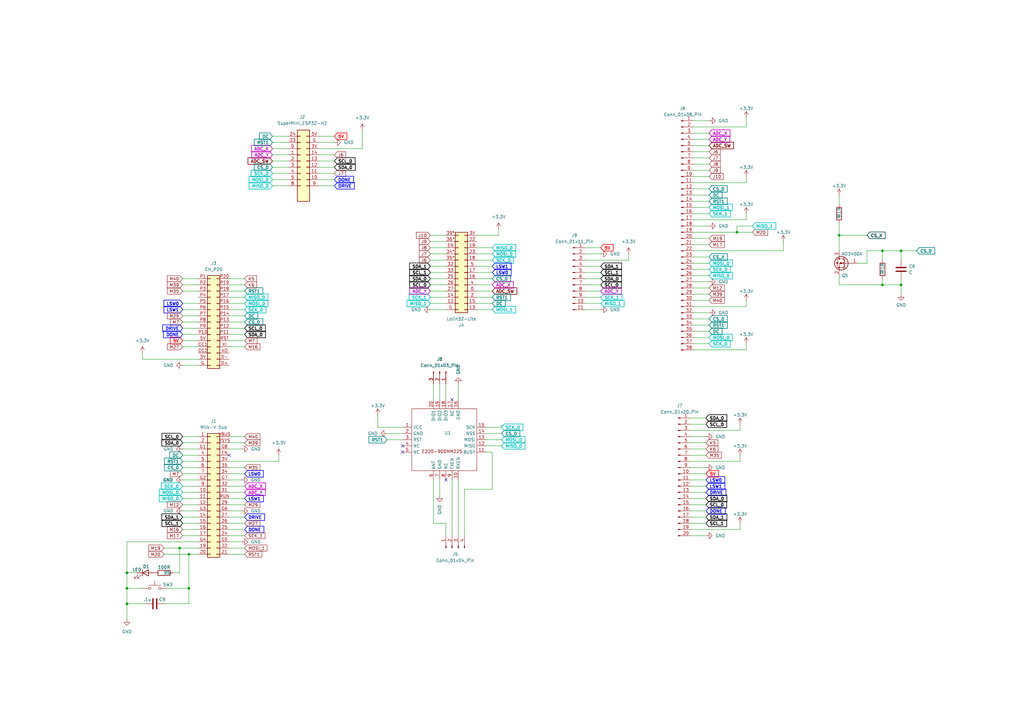
<source format=kicad_sch>
(kicad_sch (version 20250114) (generator "eeschema") (generator_version "9.0")
  (paper "A3")
  (junction (at 52.07 247.65))
  (junction (at 361.95 116.84))
  (junction (at 77.47 241.3))
  (junction (at 369.57 102.87))
  (junction (at 344.17 96.52))
  (junction (at 77.47 227.33))
  (junction (at 52.07 241.3))
  (junction (at 369.57 116.84))
  (junction (at 302.26 95.25))
  (junction (at 52.07 234.95))
  (junction (at 73.66 224.79))
  (junction (at 361.95 102.87))
  (no_connect (at 93.98 186.69))
  (no_connect (at 182.88 196.85))
  (no_connect (at 165.1 182.88))
  (no_connect (at 165.1 185.42))
  (no_connect (at 185.42 163.83))
  (wire (pts (xy 284.48 90.17) (xy 306.07 90.17)))
  (wire (pts (xy 130.81 63.5) (xy 137.16 63.5)))
  (wire (pts (xy 284.48 87.63) (xy 290.83 87.63)))
  (wire (pts (xy 176.53 124.46) (xy 182.88 124.46)))
  (wire (pts (xy 302.26 92.71) (xy 302.26 95.25)))
  (wire (pts (xy 137.16 55.88) (xy 130.81 55.88)))
  (wire (pts (xy 361.95 114.3) (xy 361.95 116.84)))
  (wire (pts (xy 99.06 196.85) (xy 93.98 196.85)))
  (wire (pts (xy 114.3 186.69) (xy 114.3 189.23)))
  (wire (pts (xy 344.17 96.52) (xy 355.6 96.52)))
  (wire (pts (xy 284.48 52.07) (xy 306.07 52.07)))
  (wire (pts (xy 246.38 104.14) (xy 240.03 104.14)))
  (wire (pts (xy 306.07 125.73) (xy 306.07 123.19)))
  (wire (pts (xy 369.57 102.87) (xy 375.92 102.87)))
  (wire (pts (xy 74.93 196.85) (xy 81.28 196.85)))
  (wire (pts (xy 283.21 209.55) (xy 289.56 209.55)))
  (wire (pts (xy 201.93 106.68) (xy 195.58 106.68)))
  (wire (pts (xy 100.33 119.38) (xy 93.98 119.38)))
  (wire (pts (xy 77.47 247.65) (xy 77.47 241.3)))
  (wire (pts (xy 284.48 92.71) (xy 290.83 92.71)))
  (wire (pts (xy 201.93 104.14) (xy 195.58 104.14)))
  (wire (pts (xy 118.11 63.5) (xy 111.76 63.5)))
  (wire (pts (xy 205.74 182.88) (xy 199.39 182.88)))
  (wire (pts (xy 74.93 181.61) (xy 81.28 181.61)))
  (wire (pts (xy 182.88 114.3) (xy 176.53 114.3)))
  (wire (pts (xy 283.21 196.85) (xy 289.56 196.85)))
  (wire (pts (xy 148.59 53.34) (xy 148.59 60.96)))
  (wire (pts (xy 369.57 114.3) (xy 369.57 116.84)))
  (wire (pts (xy 187.96 163.83) (xy 187.96 157.48)))
  (wire (pts (xy 308.61 92.71) (xy 302.26 92.71)))
  (wire (pts (xy 284.48 49.53) (xy 290.83 49.53)))
  (wire (pts (xy 204.47 93.98) (xy 204.47 96.52)))
  (wire (pts (xy 257.81 104.14) (xy 257.81 106.68)))
  (wire (pts (xy 52.07 247.65) (xy 59.69 247.65)))
  (wire (pts (xy 284.48 74.93) (xy 306.07 74.93)))
  (wire (pts (xy 369.57 116.84) (xy 369.57 120.65)))
  (wire (pts (xy 58.42 144.78) (xy 58.42 147.32)))
  (wire (pts (xy 182.88 119.38) (xy 176.53 119.38)))
  (wire (pts (xy 246.38 124.46) (xy 240.03 124.46)))
  (wire (pts (xy 52.07 241.3) (xy 52.07 247.65)))
  (wire (pts (xy 284.48 62.23) (xy 290.83 62.23)))
  (wire (pts (xy 130.81 73.66) (xy 137.16 73.66)))
  (wire (pts (xy 240.03 106.68) (xy 257.81 106.68)))
  (wire (pts (xy 369.57 102.87) (xy 369.57 106.68)))
  (wire (pts (xy 284.48 133.35) (xy 290.83 133.35)))
  (wire (pts (xy 74.93 149.86) (xy 81.28 149.86)))
  (wire (pts (xy 52.07 241.3) (xy 58.42 241.3)))
  (wire (pts (xy 93.98 139.7) (xy 100.33 139.7)))
  (wire (pts (xy 74.93 139.7) (xy 81.28 139.7)))
  (wire (pts (xy 68.58 241.3) (xy 77.47 241.3)))
  (wire (pts (xy 165.1 177.8) (xy 158.75 177.8)))
  (wire (pts (xy 177.8 196.85) (xy 177.8 214.63)))
  (wire (pts (xy 195.58 119.38) (xy 201.93 119.38)))
  (wire (pts (xy 284.48 135.89) (xy 290.83 135.89)))
  (wire (pts (xy 130.81 66.04) (xy 137.16 66.04)))
  (wire (pts (xy 93.98 181.61) (xy 100.33 181.61)))
  (wire (pts (xy 182.88 104.14) (xy 176.53 104.14)))
  (wire (pts (xy 177.8 157.48) (xy 177.8 163.83)))
  (wire (pts (xy 93.98 227.33) (xy 100.33 227.33)))
  (wire (pts (xy 180.34 157.48) (xy 180.34 163.83)))
  (wire (pts (xy 284.48 85.09) (xy 290.83 85.09)))
  (wire (pts (xy 81.28 132.08) (xy 74.93 132.08)))
  (wire (pts (xy 284.48 123.19) (xy 290.83 123.19)))
  (wire (pts (xy 306.07 90.17) (xy 306.07 87.63)))
  (wire (pts (xy 284.48 69.85) (xy 290.83 69.85)))
  (wire (pts (xy 289.56 194.31) (xy 283.21 194.31)))
  (wire (pts (xy 93.98 191.77) (xy 100.33 191.77)))
  (wire (pts (xy 182.88 101.6) (xy 176.53 101.6)))
  (wire (pts (xy 74.93 214.63) (xy 81.28 214.63)))
  (wire (pts (xy 344.17 96.52) (xy 344.17 102.87)))
  (wire (pts (xy 93.98 214.63) (xy 100.33 214.63)))
  (wire (pts (xy 306.07 74.93) (xy 306.07 72.39)))
  (wire (pts (xy 195.58 111.76) (xy 201.93 111.76)))
  (wire (pts (xy 303.53 186.69) (xy 303.53 189.23)))
  (wire (pts (xy 180.34 196.85) (xy 180.34 203.2)))
  (wire (pts (xy 284.48 120.65) (xy 290.83 120.65)))
  (wire (pts (xy 100.33 137.16) (xy 93.98 137.16)))
  (wire (pts (xy 182.88 109.22) (xy 176.53 109.22)))
  (wire (pts (xy 182.88 99.06) (xy 176.53 99.06)))
  (wire (pts (xy 176.53 127) (xy 182.88 127)))
  (wire (pts (xy 355.6 107.95) (xy 351.79 107.95)))
  (wire (pts (xy 283.21 191.77) (xy 289.56 191.77)))
  (wire (pts (xy 284.48 95.25) (xy 302.26 95.25)))
  (wire (pts (xy 182.88 111.76) (xy 176.53 111.76)))
  (wire (pts (xy 99.06 222.25) (xy 93.98 222.25)))
  (wire (pts (xy 190.5 200.66) (xy 201.93 200.66)))
  (wire (pts (xy 355.6 102.87) (xy 361.95 102.87)))
  (wire (pts (xy 52.07 234.95) (xy 52.07 241.3)))
  (wire (pts (xy 81.28 142.24) (xy 74.93 142.24)))
  (wire (pts (xy 93.98 199.39) (xy 100.33 199.39)))
  (wire (pts (xy 93.98 179.07) (xy 100.33 179.07)))
  (wire (pts (xy 130.81 60.96) (xy 148.59 60.96)))
  (wire (pts (xy 81.28 147.32) (xy 58.42 147.32)))
  (wire (pts (xy 93.98 207.01) (xy 100.33 207.01)))
  (wire (pts (xy 73.66 224.79) (xy 67.31 224.79)))
  (wire (pts (xy 201.93 121.92) (xy 195.58 121.92)))
  (wire (pts (xy 74.93 184.15) (xy 81.28 184.15)))
  (wire (pts (xy 284.48 105.41) (xy 290.83 105.41)))
  (wire (pts (xy 283.21 214.63) (xy 289.56 214.63)))
  (wire (pts (xy 240.03 114.3) (xy 246.38 114.3)))
  (wire (pts (xy 283.21 186.69) (xy 289.56 186.69)))
  (wire (pts (xy 355.6 102.87) (xy 355.6 107.95)))
  (wire (pts (xy 74.93 212.09) (xy 81.28 212.09)))
  (wire (pts (xy 306.07 143.51) (xy 306.07 140.97)))
  (wire (pts (xy 111.76 71.12) (xy 118.11 71.12)))
  (wire (pts (xy 283.21 179.07) (xy 289.56 179.07)))
  (wire (pts (xy 195.58 116.84) (xy 201.93 116.84)))
  (wire (pts (xy 74.93 189.23) (xy 81.28 189.23)))
  (wire (pts (xy 93.98 189.23) (xy 114.3 189.23)))
  (wire (pts (xy 284.48 138.43) (xy 290.83 138.43)))
  (wire (pts (xy 361.95 102.87) (xy 369.57 102.87)))
  (wire (pts (xy 284.48 77.47) (xy 290.83 77.47)))
  (wire (pts (xy 284.48 59.69) (xy 290.83 59.69)))
  (wire (pts (xy 201.93 114.3) (xy 195.58 114.3)))
  (wire (pts (xy 74.93 204.47) (xy 81.28 204.47)))
  (wire (pts (xy 81.28 224.79) (xy 73.66 224.79)))
  (wire (pts (xy 283.21 212.09) (xy 289.56 212.09)))
  (wire (pts (xy 93.98 142.24) (xy 100.33 142.24)))
  (wire (pts (xy 321.31 102.87) (xy 321.31 99.06)))
  (wire (pts (xy 52.07 222.25) (xy 52.07 234.95)))
  (wire (pts (xy 361.95 102.87) (xy 361.95 106.68)))
  (wire (pts (xy 185.42 196.85) (xy 185.42 219.71)))
  (wire (pts (xy 283.21 219.71) (xy 289.56 219.71)))
  (wire (pts (xy 99.06 209.55) (xy 93.98 209.55)))
  (wire (pts (xy 93.98 114.3) (xy 100.33 114.3)))
  (wire (pts (xy 284.48 115.57) (xy 290.83 115.57)))
  (wire (pts (xy 240.03 111.76) (xy 246.38 111.76)))
  (wire (pts (xy 130.81 71.12) (xy 137.16 71.12)))
  (wire (pts (xy 111.76 76.2) (xy 118.11 76.2)))
  (wire (pts (xy 93.98 201.93) (xy 100.33 201.93)))
  (wire (pts (xy 344.17 91.44) (xy 344.17 96.52)))
  (wire (pts (xy 303.53 214.63) (xy 303.53 217.17)))
  (wire (pts (xy 130.81 68.58) (xy 137.16 68.58)))
  (wire (pts (xy 306.07 48.26) (xy 306.07 52.07)))
  (wire (pts (xy 201.93 101.6) (xy 195.58 101.6)))
  (wire (pts (xy 182.88 157.48) (xy 182.88 163.83)))
  (wire (pts (xy 81.28 219.71) (xy 74.93 219.71)))
  (wire (pts (xy 284.48 128.27) (xy 290.83 128.27)))
  (wire (pts (xy 195.58 109.22) (xy 201.93 109.22)))
  (wire (pts (xy 344.17 80.01) (xy 344.17 83.82)))
  (wire (pts (xy 283.21 184.15) (xy 289.56 184.15)))
  (wire (pts (xy 93.98 194.31) (xy 100.33 194.31)))
  (wire (pts (xy 205.74 180.34) (xy 199.39 180.34)))
  (wire (pts (xy 284.48 107.95) (xy 290.83 107.95)))
  (wire (pts (xy 93.98 116.84) (xy 100.33 116.84)))
  (wire (pts (xy 74.93 209.55) (xy 81.28 209.55)))
  (wire (pts (xy 240.03 116.84) (xy 246.38 116.84)))
  (wire (pts (xy 118.11 55.88) (xy 111.76 55.88)))
  (wire (pts (xy 284.48 100.33) (xy 290.83 100.33)))
  (wire (pts (xy 73.66 224.79) (xy 73.66 234.95)))
  (wire (pts (xy 100.33 121.92) (xy 93.98 121.92)))
  (wire (pts (xy 81.28 207.01) (xy 74.93 207.01)))
  (wire (pts (xy 344.17 116.84) (xy 344.17 113.03)))
  (wire (pts (xy 93.98 217.17) (xy 100.33 217.17)))
  (wire (pts (xy 182.88 106.68) (xy 176.53 106.68)))
  (wire (pts (xy 284.48 143.51) (xy 306.07 143.51)))
  (wire (pts (xy 55.88 234.95) (xy 52.07 234.95)))
  (wire (pts (xy 118.11 66.04) (xy 111.76 66.04)))
  (wire (pts (xy 81.28 116.84) (xy 74.93 116.84)))
  (wire (pts (xy 74.93 179.07) (xy 81.28 179.07)))
  (wire (pts (xy 182.88 96.52) (xy 176.53 96.52)))
  (wire (pts (xy 284.48 80.01) (xy 290.83 80.01)))
  (wire (pts (xy 100.33 127) (xy 93.98 127)))
  (wire (pts (xy 93.98 212.09) (xy 100.33 212.09)))
  (wire (pts (xy 100.33 129.54) (xy 93.98 129.54)))
  (wire (pts (xy 74.93 199.39) (xy 81.28 199.39)))
  (wire (pts (xy 284.48 113.03) (xy 290.83 113.03)))
  (wire (pts (xy 111.76 73.66) (xy 118.11 73.66)))
  (wire (pts (xy 201.93 200.66) (xy 201.93 185.42)))
  (wire (pts (xy 100.33 224.79) (xy 93.98 224.79)))
  (wire (pts (xy 81.28 124.46) (xy 74.93 124.46)))
  (wire (pts (xy 111.76 60.96) (xy 118.11 60.96)))
  (wire (pts (xy 246.38 127) (xy 240.03 127)))
  (wire (pts (xy 303.53 217.17) (xy 283.21 217.17)))
  (wire (pts (xy 100.33 134.62) (xy 93.98 134.62)))
  (wire (pts (xy 344.17 116.84) (xy 361.95 116.84)))
  (wire (pts (xy 77.47 227.33) (xy 67.31 227.33)))
  (wire (pts (xy 74.93 186.69) (xy 81.28 186.69)))
  (wire (pts (xy 302.26 95.25) (xy 308.61 95.25)))
  (wire (pts (xy 190.5 200.66) (xy 190.5 219.71)))
  (wire (pts (xy 201.93 124.46) (xy 195.58 124.46)))
  (wire (pts (xy 100.33 132.08) (xy 93.98 132.08)))
  (wire (pts (xy 182.88 214.63) (xy 182.88 219.71)))
  (wire (pts (xy 283.21 173.99) (xy 289.56 173.99)))
  (wire (pts (xy 111.76 58.42) (xy 118.11 58.42)))
  (wire (pts (xy 52.07 247.65) (xy 52.07 254)))
  (wire (pts (xy 246.38 101.6) (xy 240.03 101.6)))
  (wire (pts (xy 284.48 97.79) (xy 290.83 97.79)))
  (wire (pts (xy 158.75 180.34) (xy 165.1 180.34)))
  (wire (pts (xy 195.58 96.52) (xy 204.47 96.52)))
  (wire (pts (xy 284.48 82.55) (xy 290.83 82.55)))
  (wire (pts (xy 303.53 189.23) (xy 283.21 189.23)))
  (wire (pts (xy 303.53 176.53) (xy 283.21 176.53)))
  (wire (pts (xy 73.66 234.95) (xy 71.12 234.95)))
  (wire (pts (xy 284.48 130.81) (xy 290.83 130.81)))
  (wire (pts (xy 283.21 207.01) (xy 289.56 207.01)))
  (wire (pts (xy 130.81 76.2) (xy 137.16 76.2)))
  (wire (pts (xy 201.93 127) (xy 195.58 127)))
  (wire (pts (xy 93.98 204.47) (xy 100.33 204.47)))
  (wire (pts (xy 201.93 185.42) (xy 199.39 185.42)))
  (wire (pts (xy 100.33 124.46) (xy 93.98 124.46)))
  (wire (pts (xy 284.48 72.39) (xy 290.83 72.39)))
  (wire (pts (xy 52.07 222.25) (xy 81.28 222.25)))
  (wire (pts (xy 187.96 196.85) (xy 187.96 219.71)))
  (wire (pts (xy 81.28 114.3) (xy 74.93 114.3)))
  (wire (pts (xy 283.21 181.61) (xy 289.56 181.61)))
  (wire (pts (xy 74.93 191.77) (xy 81.28 191.77)))
  (wire (pts (xy 81.28 194.31) (xy 74.93 194.31)))
  (wire (pts (xy 81.28 134.62) (xy 74.93 134.62)))
  (wire (pts (xy 77.47 227.33) (xy 77.47 241.3)))
  (wire (pts (xy 284.48 118.11) (xy 290.83 118.11)))
  (wire (pts (xy 284.48 140.97) (xy 290.83 140.97)))
  (wire (pts (xy 283.21 204.47) (xy 289.56 204.47)))
  (wire (pts (xy 240.03 109.22) (xy 246.38 109.22)))
  (wire (pts (xy 81.28 137.16) (xy 74.93 137.16)))
  (wire (pts (xy 284.48 125.73) (xy 306.07 125.73)))
  (wire (pts (xy 154.94 170.18) (xy 154.94 175.26)))
  (wire (pts (xy 130.81 58.42) (xy 137.16 58.42)))
  (wire (pts (xy 303.53 173.99) (xy 303.53 176.53)))
  (wire (pts (xy 182.88 116.84) (xy 176.53 116.84)))
  (wire (pts (xy 284.48 110.49) (xy 290.83 110.49)))
  (wire (pts (xy 283.21 171.45) (xy 289.56 171.45)))
  (wire (pts (xy 284.48 57.15) (xy 290.83 57.15)))
  (wire (pts (xy 246.38 121.92) (xy 240.03 121.92)))
  (wire (pts (xy 77.47 227.33) (xy 81.28 227.33)))
  (wire (pts (xy 81.28 217.17) (xy 74.93 217.17)))
  (wire (pts (xy 99.06 184.15) (xy 93.98 184.15)))
  (wire (pts (xy 205.74 177.8) (xy 199.39 177.8)))
  (wire (pts (xy 283.21 201.93) (xy 289.56 201.93)))
  (wire (pts (xy 283.21 199.39) (xy 289.56 199.39)))
  (wire (pts (xy 205.74 175.26) (xy 199.39 175.26)))
  (wire (pts (xy 111.76 68.58) (xy 118.11 68.58)))
  (wire (pts (xy 100.33 219.71) (xy 93.98 219.71)))
  (wire (pts (xy 240.03 119.38) (xy 246.38 119.38)))
  (wire (pts (xy 81.28 119.38) (xy 74.93 119.38)))
  (wire (pts (xy 81.28 127) (xy 74.93 127)))
  (wire (pts (xy 284.48 64.77) (xy 290.83 64.77)))
  (wire (pts (xy 67.31 247.65) (xy 77.47 247.65)))
  (wire (pts (xy 81.28 129.54) (xy 74.93 129.54)))
  (wire (pts (xy 284.48 102.87) (xy 321.31 102.87)))
  (wire (pts (xy 284.48 54.61) (xy 290.83 54.61)))
  (wire (pts (xy 154.94 175.26) (xy 165.1 175.26)))
  (wire (pts (xy 177.8 214.63) (xy 182.88 214.63)))
  (wire (pts (xy 176.53 121.92) (xy 182.88 121.92)))
  (wire (pts (xy 74.93 201.93) (xy 81.28 201.93)))
  (wire (pts (xy 284.48 67.31) (xy 290.83 67.31)))
  (wire (pts (xy 369.57 116.84) (xy 361.95 116.84)))
  (global_label "MOSI_0" (shape input) (at 201.93 104.14 0) (effects (font (thickness 0.254) (bold yes))) (property "Intersheetrefs" "${INTERSHEET_REFS}" (effects (hide yes))))
  (global_label "MISO_1" (shape input) (at 246.38 124.46 0) (effects (font (thickness 0.254) (bold yes))) (property "Intersheetrefs" "${INTERSHEET_REFS}" (effects (hide yes))))
  (global_label "SCL_0" (shape input) (at 74.93 179.07 180) (effects (font (thickness 0.254) (bold yes))) (property "Intersheetrefs" "${INTERSHEET_REFS}" (effects (hide yes))))
  (global_label "M20" (shape input) (at 67.31 227.33 180) (effects (font (thickness 0.1588))) (property "Intersheetrefs" "${INTERSHEET_REFS}" (effects (hide yes))))
  (global_label "SCL_1" (shape input) (at 176.53 111.76 180) (effects (font (thickness 0.254) (bold yes))) (property "Intersheetrefs" "${INTERSHEET_REFS}" (effects (hide yes))))
  (global_label "MISO_0" (shape input) (at 100.33 121.92 0) (effects (font (thickness 0.254) (bold yes))) (property "Intersheetrefs" "${INTERSHEET_REFS}" (effects (hide yes))))
  (global_label "SDA_0" (shape input) (at 137.16 68.58 0) (effects (font (thickness 0.254) (bold yes))) (property "Intersheetrefs" "${INTERSHEET_REFS}" (effects (hide yes))))
  (global_label "M16" (shape input) (at 74.93 217.17 180) (effects (font (thickness 0.1588))) (property "Intersheetrefs" "${INTERSHEET_REFS}" (effects (hide yes))))
  (global_label "ADC_SW" (shape input) (at 290.83 59.69 0) (effects (font (thickness 0.254) (bold yes))) (property "Intersheetrefs" "${INTERSHEET_REFS}" (effects (hide yes))))
  (global_label "DC" (shape input) (at 290.83 80.01 0) (effects (font (thickness 0.254) (bold yes))) (property "Intersheetrefs" "${INTERSHEET_REFS}" (effects (hide yes))))
  (global_label "SCL_0" (shape input) (at 289.56 173.99 0) (effects (font (thickness 0.254) (bold yes))) (property "Intersheetrefs" "${INTERSHEET_REFS}" (effects (hide yes))))
  (global_label "M35" (shape input) (at 289.56 186.69 0) (effects (font (thickness 0.1588))) (property "Intersheetrefs" "${INTERSHEET_REFS}" (effects (hide yes))))
  (global_label "DC" (shape input) (at 74.93 186.69 180) (effects (font (thickness 0.254) (bold yes))) (property "Intersheetrefs" "${INTERSHEET_REFS}" (effects (hide yes))))
  (global_label "MOSI_0" (shape input) (at 111.76 73.66 180) (effects (font (thickness 0.254) (bold yes))) (property "Intersheetrefs" "${INTERSHEET_REFS}" (effects (hide yes))))
  (global_label "RST1" (shape input) (at 158.75 180.34 180) (effects (font (thickness 0.254) (bold yes))) (property "Intersheetrefs" "${INTERSHEET_REFS}" (effects (hide yes))))
  (global_label "SDA_1" (shape input) (at 289.56 212.09 0) (effects (font (thickness 0.254) (bold yes))) (property "Intersheetrefs" "${INTERSHEET_REFS}" (effects (hide yes))))
  (global_label "LSW1" (shape input) (at 100.33 204.47 0) (effects (font (thickness 0.254) (bold yes))) (property "Intersheetrefs" "${INTERSHEET_REFS}" (effects (hide yes))))
  (global_label "J7" (shape input) (at 137.16 71.12 0) (effects (font (thickness 0.1588))) (property "Intersheetrefs" "${INTERSHEET_REFS}" (effects (hide yes))))
  (global_label "LSW1" (shape input) (at 201.93 109.22 0) (effects (font (thickness 0.254) (bold yes))) (property "Intersheetrefs" "${INTERSHEET_REFS}" (effects (hide yes))))
  (global_label "CS_X" (shape input) (at 290.83 105.41 0) (effects (font (thickness 0.254) (bold yes))) (property "Intersheetrefs" "${INTERSHEET_REFS}" (effects (hide yes))))
  (global_label "ADC_X" (shape input) (at 290.83 54.61 0) (effects (font (thickness 0.254) (bold yes))) (property "Intersheetrefs" "${INTERSHEET_REFS}" (effects (hide yes))))
  (global_label "M17" (shape input) (at 74.93 219.71 180) (effects (font (thickness 0.1588))) (property "Intersheetrefs" "${INTERSHEET_REFS}" (effects (hide yes))))
  (global_label "RST1" (shape input) (at 100.33 119.38 0) (effects (font (thickness 0.254) (bold yes))) (property "Intersheetrefs" "${INTERSHEET_REFS}" (effects (hide yes))))
  (global_label "DC" (shape input) (at 290.83 135.89 0) (effects (font (thickness 0.254) (bold yes))) (property "Intersheetrefs" "${INTERSHEET_REFS}" (effects (hide yes))))
  (global_label "CS_0" (shape input) (at 290.83 77.47 0) (effects (font (thickness 0.254) (bold yes))) (property "Intersheetrefs" "${INTERSHEET_REFS}" (effects (hide yes))))
  (global_label "LSW0" (shape input) (at 74.93 124.46 180) (effects (font (thickness 0.254) (bold yes))) (property "Intersheetrefs" "${INTERSHEET_REFS}" (effects (hide yes))))
  (global_label "J10" (shape input) (at 176.53 96.52 180) (effects (font (thickness 0.1588))) (property "Intersheetrefs" "${INTERSHEET_REFS}" (effects (hide yes))))
  (global_label "CS_0" (shape input) (at 375.92 102.87 0) (effects (font (thickness 0.254) (bold yes))) (property "Intersheetrefs" "${INTERSHEET_REFS}" (effects (hide yes))))
  (global_label "SCK_0" (shape input) (at 290.83 140.97 0) (effects (font (thickness 0.254) (bold yes))) (property "Intersheetrefs" "${INTERSHEET_REFS}" (effects (hide yes))))
  (global_label "M29" (shape input) (at 100.33 207.01 0) (effects (font (thickness 0.1588))) (property "Intersheetrefs" "${INTERSHEET_REFS}" (effects (hide yes))))
  (global_label "M40" (shape input) (at 290.83 123.19 0) (effects (font (thickness 0.1588))) (property "Intersheetrefs" "${INTERSHEET_REFS}" (effects (hide yes))))
  (global_label "SDA_0" (shape input) (at 100.33 137.16 0) (effects (font (thickness 0.254) (bold yes))) (property "Intersheetrefs" "${INTERSHEET_REFS}" (effects (hide yes))))
  (global_label "MISO_0" (shape input) (at 205.74 182.88 0) (effects (font (thickness 0.254) (bold yes))) (property "Intersheetrefs" "${INTERSHEET_REFS}" (effects (hide yes))))
  (global_label "M16" (shape input) (at 100.33 142.24 0) (effects (font (thickness 0.1588))) (property "Intersheetrefs" "${INTERSHEET_REFS}" (effects (hide yes))))
  (global_label "ADC_SW" (shape input) (at 201.93 119.38 0) (effects (font (thickness 0.254) (bold yes))) (property "Intersheetrefs" "${INTERSHEET_REFS}" (effects (hide yes))))
  (global_label "5V" (shape input) (at 137.16 55.88 0) (effects (font (thickness 0.254) (bold yes))) (property "Intersheetrefs" "${INTERSHEET_REFS}" (effects (hide yes))))
  (global_label "SCL_1" (shape input) (at 74.93 214.63 180) (effects (font (thickness 0.254) (bold yes))) (property "Intersheetrefs" "${INTERSHEET_REFS}" (effects (hide yes))))
  (global_label "MOSI_1" (shape input) (at 290.83 85.09 0) (effects (font (thickness 0.254) (bold yes))) (property "Intersheetrefs" "${INTERSHEET_REFS}" (effects (hide yes))))
  (global_label "MOSI_1" (shape input) (at 201.93 127 0) (effects (font (thickness 0.254) (bold yes))) (property "Intersheetrefs" "${INTERSHEET_REFS}" (effects (hide yes))))
  (global_label "MISO_0" (shape input) (at 111.76 76.2 180) (effects (font (thickness 0.254) (bold yes))) (property "Intersheetrefs" "${INTERSHEET_REFS}" (effects (hide yes))))
  (global_label "SCK_0" (shape input) (at 201.93 106.68 0) (effects (font (thickness 0.254) (bold yes))) (property "Intersheetrefs" "${INTERSHEET_REFS}" (effects (hide yes))))
  (global_label "SCK_1" (shape input) (at 176.53 121.92 180) (effects (font (thickness 0.254) (bold yes))) (property "Intersheetrefs" "${INTERSHEET_REFS}" (effects (hide yes))))
  (global_label "SCK_0" (shape input) (at 290.83 110.49 0) (effects (font (thickness 0.254) (bold yes))) (property "Intersheetrefs" "${INTERSHEET_REFS}" (effects (hide yes))))
  (global_label "CS_0" (shape input) (at 205.74 177.8 0) (effects (font (thickness 0.254) (bold yes))) (property "Intersheetrefs" "${INTERSHEET_REFS}" (effects (hide yes))))
  (global_label "SDA_1" (shape input) (at 176.53 109.22 180) (effects (font (thickness 0.254) (bold yes))) (property "Intersheetrefs" "${INTERSHEET_REFS}" (effects (hide yes))))
  (global_label "LSW0" (shape input) (at 289.56 196.85 0) (effects (font (thickness 0.254) (bold yes))) (property "Intersheetrefs" "${INTERSHEET_REFS}" (effects (hide yes))))
  (global_label "DRIVE" (shape input) (at 137.16 76.2 0) (effects (font (thickness 0.254) (bold yes))) (property "Intersheetrefs" "${INTERSHEET_REFS}" (effects (hide yes))))
  (global_label "CS_X" (shape input) (at 355.6 96.52 0) (effects (font (thickness 0.254) (bold yes))) (property "Intersheetrefs" "${INTERSHEET_REFS}" (effects (hide yes))))
  (global_label "DC" (shape input) (at 111.76 55.88 180) (effects (font (thickness 0.254) (bold yes))) (property "Intersheetrefs" "${INTERSHEET_REFS}" (effects (hide yes))))
  (global_label "M27" (shape input) (at 100.33 214.63 0) (effects (font (thickness 0.1588))) (property "Intersheetrefs" "${INTERSHEET_REFS}" (effects (hide yes))))
  (global_label "SCL_1" (shape input) (at 246.38 111.76 0) (effects (font (thickness 0.254) (bold yes))) (property "Intersheetrefs" "${INTERSHEET_REFS}" (effects (hide yes))))
  (global_label "RST1" (shape input) (at 100.33 227.33 0) (effects (font (thickness 0.1588))) (property "Intersheetrefs" "${INTERSHEET_REFS}" (effects (hide yes))))
  (global_label "M40" (shape input) (at 100.33 179.07 0) (effects (font (thickness 0.1588))) (property "Intersheetrefs" "${INTERSHEET_REFS}" (effects (hide yes))))
  (global_label "K5" (shape input) (at 100.33 114.3 0) (effects (font (thickness 0.1588))) (property "Intersheetrefs" "${INTERSHEET_REFS}" (effects (hide yes))))
  (global_label "ADC_X" (shape input) (at 201.93 116.84 0) (effects (font (thickness 0.254) (bold yes))) (property "Intersheetrefs" "${INTERSHEET_REFS}" (effects (hide yes))))
  (global_label "ADC_Y" (shape input) (at 290.83 57.15 0) (effects (font (thickness 0.254) (bold yes))) (property "Intersheetrefs" "${INTERSHEET_REFS}" (effects (hide yes))))
  (global_label "DRIVE" (shape input) (at 289.56 201.93 0) (effects (font (thickness 0.254) (bold yes))) (property "Intersheetrefs" "${INTERSHEET_REFS}" (effects (hide yes))))
  (global_label "M19" (shape input) (at 67.31 224.79 180) (effects (font (thickness 0.1588))) (property "Intersheetrefs" "${INTERSHEET_REFS}" (effects (hide yes))))
  (global_label "SCL_0" (shape input) (at 137.16 66.04 0) (effects (font (thickness 0.254) (bold yes))) (property "Intersheetrefs" "${INTERSHEET_REFS}" (effects (hide yes))))
  (global_label "ADC_SW" (shape input) (at 111.76 66.04 180) (effects (font (thickness 0.254) (bold yes))) (property "Intersheetrefs" "${INTERSHEET_REFS}" (effects (hide yes))))
  (global_label "MOSI_1" (shape input) (at 100.33 224.79 0) (effects (font (thickness 0.1588))) (property "Intersheetrefs" "${INTERSHEET_REFS}" (effects (hide yes))))
  (global_label "SDA_0" (shape input) (at 289.56 204.47 0) (effects (font (thickness 0.254) (bold yes))) (property "Intersheetrefs" "${INTERSHEET_REFS}" (effects (hide yes))))
  (global_label "M35" (shape input) (at 74.93 119.38 180) (effects (font (thickness 0.1588))) (property "Intersheetrefs" "${INTERSHEET_REFS}" (effects (hide yes))))
  (global_label "K6" (shape input) (at 289.56 184.15 0) (effects (font (thickness 0.1588))) (property "Intersheetrefs" "${INTERSHEET_REFS}" (effects (hide yes))))
  (global_label "DONE" (shape input) (at 289.56 209.55 0) (effects (font (thickness 0.254) (bold yes))) (property "Intersheetrefs" "${INTERSHEET_REFS}" (effects (hide yes))))
  (global_label "SCK_0" (shape input) (at 100.33 127 0) (effects (font (thickness 0.254) (bold yes))) (property "Intersheetrefs" "${INTERSHEET_REFS}" (effects (hide yes))))
  (global_label "SCK_0" (shape input) (at 74.93 199.39 180) (effects (font (thickness 0.254) (bold yes))) (property "Intersheetrefs" "${INTERSHEET_REFS}" (effects (hide yes))))
  (global_label "M19" (shape input) (at 290.83 97.79 0) (effects (font (thickness 0.1588))) (property "Intersheetrefs" "${INTERSHEET_REFS}" (effects (hide yes))))
  (global_label "5V" (shape input) (at 74.93 139.7 180) (effects (font (thickness 0.254) (bold yes))) (property "Intersheetrefs" "${INTERSHEET_REFS}" (effects (hide yes))))
  (global_label "M35" (shape input) (at 100.33 191.77 0) (effects (font (thickness 0.1588))) (property "Intersheetrefs" "${INTERSHEET_REFS}" (effects (hide yes))))
  (global_label "M12" (shape input) (at 290.83 118.11 0) (effects (font (thickness 0.1588))) (property "Intersheetrefs" "${INTERSHEET_REFS}" (effects (hide yes))))
  (global_label "LSW0" (shape input) (at 100.33 194.31 0) (effects (font (thickness 0.254) (bold yes))) (property "Intersheetrefs" "${INTERSHEET_REFS}" (effects (hide yes))))
  (global_label "M39" (shape input) (at 74.93 116.84 180) (effects (font (thickness 0.1588))) (property "Intersheetrefs" "${INTERSHEET_REFS}" (effects (hide yes))))
  (global_label "MOSI_0" (shape input) (at 74.93 201.93 180) (effects (font (thickness 0.254) (bold yes))) (property "Intersheetrefs" "${INTERSHEET_REFS}" (effects (hide yes))))
  (global_label "MOSI_0" (shape input) (at 100.33 124.46 0) (effects (font (thickness 0.254) (bold yes))) (property "Intersheetrefs" "${INTERSHEET_REFS}" (effects (hide yes))))
  (global_label "SCL_0" (shape input) (at 246.38 116.84 0) (effects (font (thickness 0.254) (bold yes))) (property "Intersheetrefs" "${INTERSHEET_REFS}" (effects (hide yes))))
  (global_label "MISO_0" (shape input) (at 74.93 204.47 180) (effects (font (thickness 0.254) (bold yes))) (property "Intersheetrefs" "${INTERSHEET_REFS}" (effects (hide yes))))
  (global_label "DC" (shape input) (at 100.33 129.54 0) (effects (font (thickness 0.254) (bold yes))) (property "Intersheetrefs" "${INTERSHEET_REFS}" (effects (hide yes))))
  (global_label "MOSI_0" (shape input) (at 290.83 107.95 0) (effects (font (thickness 0.254) (bold yes))) (property "Intersheetrefs" "${INTERSHEET_REFS}" (effects (hide yes))))
  (global_label "SCL_0" (shape input) (at 289.56 207.01 0) (effects (font (thickness 0.254) (bold yes))) (property "Intersheetrefs" "${INTERSHEET_REFS}" (effects (hide yes))))
  (global_label "DONE" (shape input) (at 74.93 137.16 180) (effects (font (thickness 0.254) (bold yes))) (property "Intersheetrefs" "${INTERSHEET_REFS}" (effects (hide yes))))
  (global_label "M12" (shape input) (at 74.93 207.01 180) (effects (font (thickness 0.1588))) (property "Intersheetrefs" "${INTERSHEET_REFS}" (effects (hide yes))))
  (global_label "SDA_0" (shape input) (at 289.56 171.45 0) (effects (font (thickness 0.254) (bold yes))) (property "Intersheetrefs" "${INTERSHEET_REFS}" (effects (hide yes))))
  (global_label "CS_0" (shape input) (at 290.83 130.81 0) (effects (font (thickness 0.254) (bold yes))) (property "Intersheetrefs" "${INTERSHEET_REFS}" (effects (hide yes))))
  (global_label "SDA_1" (shape input) (at 74.93 212.09 180) (effects (font (thickness 0.254) (bold yes))) (property "Intersheetrefs" "${INTERSHEET_REFS}" (effects (hide yes))))
  (global_label "5V" (shape input) (at 289.56 194.31 0) (effects (font (thickness 0.254) (bold yes))) (property "Intersheetrefs" "${INTERSHEET_REFS}" (effects (hide yes))))
  (global_label "LSW1" (shape input) (at 74.93 127 180) (effects (font (thickness 0.254) (bold yes))) (property "Intersheetrefs" "${INTERSHEET_REFS}" (effects (hide yes))))
  (global_label "J6" (shape input) (at 137.16 63.5 0) (effects (font (thickness 0.1588))) (property "Intersheetrefs" "${INTERSHEET_REFS}" (effects (hide yes))))
  (global_label "LSW0" (shape input) (at 201.93 111.76 0) (effects (font (thickness 0.254) (bold yes))) (property "Intersheetrefs" "${INTERSHEET_REFS}" (effects (hide yes))))
  (global_label "J7" (shape input) (at 290.83 64.77 0) (effects (font (thickness 0.1588))) (property "Intersheetrefs" "${INTERSHEET_REFS}" (effects (hide yes))))
  (global_label "J9" (shape input) (at 176.53 99.06 180) (effects (font (thickness 0.1588))) (property "Intersheetrefs" "${INTERSHEET_REFS}" (effects (hide yes))))
  (global_label "M29" (shape input) (at 74.93 129.54 180) (effects (font (thickness 0.1588))) (property "Intersheetrefs" "${INTERSHEET_REFS}" (effects (hide yes))))
  (global_label "M39" (shape input) (at 100.33 181.61 0) (effects (font (thickness 0.1588))) (property "Intersheetrefs" "${INTERSHEET_REFS}" (effects (hide yes))))
  (global_label "SCK_1" (shape input) (at 290.83 87.63 0) (effects (font (thickness 0.254) (bold yes))) (property "Intersheetrefs" "${INTERSHEET_REFS}" (effects (hide yes))))
  (global_label "SDA_1" (shape input) (at 246.38 109.22 0) (effects (font (thickness 0.254) (bold yes))) (property "Intersheetrefs" "${INTERSHEET_REFS}" (effects (hide yes))))
  (global_label "J8" (shape input) (at 290.83 67.31 0) (effects (font (thickness 0.1588))) (property "Intersheetrefs" "${INTERSHEET_REFS}" (effects (hide yes))))
  (global_label "J6" (shape input) (at 176.53 106.68 180) (effects (font (thickness 0.1588))) (property "Intersheetrefs" "${INTERSHEET_REFS}" (effects (hide yes))))
  (global_label "SCK_0" (shape input) (at 111.76 71.12 180) (effects (font (thickness 0.254) (bold yes))) (property "Intersheetrefs" "${INTERSHEET_REFS}" (effects (hide yes))))
  (global_label "MOSI_0" (shape input) (at 205.74 180.34 0) (effects (font (thickness 0.254) (bold yes))) (property "Intersheetrefs" "${INTERSHEET_REFS}" (effects (hide yes))))
  (global_label "SCL_1" (shape input) (at 289.56 214.63 0) (effects (font (thickness 0.254) (bold yes))) (property "Intersheetrefs" "${INTERSHEET_REFS}" (effects (hide yes))))
  (global_label "SDA_0" (shape input) (at 74.93 181.61 180) (effects (font (thickness 0.254) (bold yes))) (property "Intersheetrefs" "${INTERSHEET_REFS}" (effects (hide yes))))
  (global_label "ADC_Y" (shape input) (at 176.53 119.38 180) (effects (font (thickness 0.254) (bold yes))) (property "Intersheetrefs" "${INTERSHEET_REFS}" (effects (hide yes))))
  (global_label "CS_0" (shape input) (at 100.33 132.08 0) (effects (font (thickness 0.254) (bold yes))) (property "Intersheetrefs" "${INTERSHEET_REFS}" (effects (hide yes))))
  (global_label "SCK_0" (shape input) (at 205.74 175.26 0) (effects (font (thickness 0.254) (bold yes))) (property "Intersheetrefs" "${INTERSHEET_REFS}" (effects (hide yes))))
  (global_label "ADC_Y" (shape input) (at 246.38 119.38 0) (effects (font (thickness 0.254) (bold yes))) (property "Intersheetrefs" "${INTERSHEET_REFS}" (effects (hide yes))))
  (global_label "M27" (shape input) (at 74.93 142.24 180) (effects (font (thickness 0.1588))) (property "Intersheetrefs" "${INTERSHEET_REFS}" (effects (hide yes))))
  (global_label "MISO_0" (shape input) (at 290.83 113.03 0) (effects (font (thickness 0.254) (bold yes))) (property "Intersheetrefs" "${INTERSHEET_REFS}" (effects (hide yes))))
  (global_label "CS_0" (shape input) (at 111.76 68.58 180) (effects (font (thickness 0.254) (bold yes))) (property "Intersheetrefs" "${INTERSHEET_REFS}" (effects (hide yes))))
  (global_label "ADC_X" (shape input) (at 111.76 60.96 180) (effects (font (thickness 0.254) (bold yes))) (property "Intersheetrefs" "${INTERSHEET_REFS}" (effects (hide yes))))
  (global_label "CS_0" (shape input) (at 74.93 191.77 180) (effects (font (thickness 0.254) (bold yes))) (property "Intersheetrefs" "${INTERSHEET_REFS}" (effects (hide yes))))
  (global_label "SCL_0" (shape input) (at 100.33 134.62 0) (effects (font (thickness 0.254) (bold yes))) (property "Intersheetrefs" "${INTERSHEET_REFS}" (effects (hide yes))))
  (global_label "DONE" (shape input) (at 137.16 73.66 0) (effects (font (thickness 0.254) (bold yes))) (property "Intersheetrefs" "${INTERSHEET_REFS}" (effects (hide yes))))
  (global_label "MOSI_0" (shape input) (at 290.83 138.43 0) (effects (font (thickness 0.254) (bold yes))) (property "Intersheetrefs" "${INTERSHEET_REFS}" (effects (hide yes))))
  (global_label "5V" (shape input) (at 246.38 101.6 0) (effects (font (thickness 0.254) (bold yes))) (property "Intersheetrefs" "${INTERSHEET_REFS}" (effects (hide yes))))
  (global_label "M7" (shape input) (at 74.93 132.08 180) (effects (font (thickness 0.1588))) (property "Intersheetrefs" "${INTERSHEET_REFS}" (effects (hide yes))))
  (global_label "K6" (shape input) (at 100.33 116.84 0) (effects (font (thickness 0.1588))) (property "Intersheetrefs" "${INTERSHEET_REFS}" (effects (hide yes))))
  (global_label "ADC_X" (shape input) (at 100.33 199.39 0) (effects (font (thickness 0.254) (bold yes))) (property "Intersheetrefs" "${INTERSHEET_REFS}" (effects (hide yes))))
  (global_label "M20" (shape input) (at 308.61 95.25 0) (effects (font (thickness 0.1588))) (property "Intersheetrefs" "${INTERSHEET_REFS}" (effects (hide yes))))
  (global_label "CS_0" (shape input) (at 201.93 114.3 0) (effects (font (thickness 0.254) (bold yes))) (property "Intersheetrefs" "${INTERSHEET_REFS}" (effects (hide yes))))
  (global_label "DRIVE" (shape input) (at 100.33 212.09 0) (effects (font (thickness 0.254) (bold yes))) (property "Intersheetrefs" "${INTERSHEET_REFS}" (effects (hide yes))))
  (global_label "M7" (shape input) (at 100.33 139.7 0) (effects (font (thickness 0.1588))) (property "Intersheetrefs" "${INTERSHEET_REFS}" (effects (hide yes))))
  (global_label "MISO_1" (shape input) (at 176.53 124.46 180) (effects (font (thickness 0.254) (bold yes))) (property "Intersheetrefs" "${INTERSHEET_REFS}" (effects (hide yes))))
  (global_label "RST1" (shape input) (at 74.93 189.23 180) (effects (font (thickness 0.254) (bold yes))) (property "Intersheetrefs" "${INTERSHEET_REFS}" (effects (hide yes))))
  (global_label "MISO_1" (shape input) (at 308.61 92.71 0) (effects (font (thickness 0.254) (bold yes))) (property "Intersheetrefs" "${INTERSHEET_REFS}" (effects (hide yes))))
  (global_label "RST1" (shape input) (at 290.83 133.35 0) (effects (font (thickness 0.254) (bold yes))) (property "Intersheetrefs" "${INTERSHEET_REFS}" (effects (hide yes))))
  (global_label "RST1" (shape input) (at 111.76 58.42 180) (effects (font (thickness 0.254) (bold yes))) (property "Intersheetrefs" "${INTERSHEET_REFS}" (effects (hide yes))))
  (global_label "LSW1" (shape input) (at 289.56 199.39 0) (effects (font (thickness 0.254) (bold yes))) (property "Intersheetrefs" "${INTERSHEET_REFS}" (effects (hide yes))))
  (global_label "RST1" (shape input) (at 201.93 121.92 0) (effects (font (thickness 0.254) (bold yes))) (property "Intersheetrefs" "${INTERSHEET_REFS}" (effects (hide yes))))
  (global_label "SCK_1" (shape input) (at 246.38 121.92 0) (effects (font (thickness 0.254) (bold yes))) (property "Intersheetrefs" "${INTERSHEET_REFS}" (effects (hide yes))))
  (global_label "M7" (shape input) (at 74.93 194.31 180) (effects (font (thickness 0.1588))) (property "Intersheetrefs" "${INTERSHEET_REFS}" (effects (hide yes))))
  (global_label "SCL_0" (shape input) (at 176.53 116.84 180) (effects (font (thickness 0.254) (bold yes))) (property "Intersheetrefs" "${INTERSHEET_REFS}" (effects (hide yes))))
  (global_label "J6" (shape input) (at 290.83 62.23 0) (effects (font (thickness 0.1588))) (property "Intersheetrefs" "${INTERSHEET_REFS}" (effects (hide yes))))
  (global_label "J10" (shape input) (at 290.83 72.39 0) (effects (font (thickness 0.1588))) (property "Intersheetrefs" "${INTERSHEET_REFS}" (effects (hide yes))))
  (global_label "M40" (shape input) (at 74.93 114.3 180) (effects (font (thickness 0.1588))) (property "Intersheetrefs" "${INTERSHEET_REFS}" (effects (hide yes))))
  (global_label "MISO_0" (shape input) (at 201.93 101.6 0) (effects (font (thickness 0.254) (bold yes))) (property "Intersheetrefs" "${INTERSHEET_REFS}" (effects (hide yes))))
  (global_label "DRIVE" (shape input) (at 74.93 134.62 180) (effects (font (thickness 0.254) (bold yes))) (property "Intersheetrefs" "${INTERSHEET_REFS}" (effects (hide yes))))
  (global_label "J7" (shape input) (at 176.53 104.14 180) (effects (font (thickness 0.1588))) (property "Intersheetrefs" "${INTERSHEET_REFS}" (effects (hide yes))))
  (global_label "ADC_Y" (shape input) (at 100.33 201.93 0) (effects (font (thickness 0.254) (bold yes))) (property "Intersheetrefs" "${INTERSHEET_REFS}" (effects (hide yes))))
  (global_label "J9" (shape input) (at 290.83 69.85 0) (effects (font (thickness 0.1588))) (property "Intersheetrefs" "${INTERSHEET_REFS}" (effects (hide yes))))
  (global_label "ADC_Y" (shape input) (at 111.76 63.5 180) (effects (font (thickness 0.254) (bold yes))) (property "Intersheetrefs" "${INTERSHEET_REFS}" (effects (hide yes))))
  (global_label "M39" (shape input) (at 290.83 120.65 0) (effects (font (thickness 0.1588))) (property "Intersheetrefs" "${INTERSHEET_REFS}" (effects (hide yes))))
  (global_label "M17" (shape input) (at 290.83 100.33 0) (effects (font (thickness 0.1588))) (property "Intersheetrefs" "${INTERSHEET_REFS}" (effects (hide yes))))
  (global_label "K5" (shape input) (at 289.56 181.61 0) (effects (font (thickness 0.1588))) (property "Intersheetrefs" "${INTERSHEET_REFS}" (effects (hide yes))))
  (global_label "SDA_0" (shape input) (at 246.38 114.3 0) (effects (font (thickness 0.254) (bold yes))) (property "Intersheetrefs" "${INTERSHEET_REFS}" (effects (hide yes))))
  (global_label "SDA_0" (shape input) (at 176.53 114.3 180) (effects (font (thickness 0.254) (bold yes))) (property "Intersheetrefs" "${INTERSHEET_REFS}" (effects (hide yes))))
  (global_label "SCK_1" (shape input) (at 100.33 219.71 0) (effects (font (thickness 0.1588))) (property "Intersheetrefs" "${INTERSHEET_REFS}" (effects (hide yes))))
  (global_label "J8" (shape input) (at 176.53 101.6 180) (effects (font (thickness 0.1588))) (property "Intersheetrefs" "${INTERSHEET_REFS}" (effects (hide yes))))
  (global_label "DONE" (shape input) (at 100.33 217.17 0) (effects (font (thickness 0.254) (bold yes))) (property "Intersheetrefs" "${INTERSHEET_REFS}" (effects (hide yes))))
  (global_label "DC" (shape input) (at 201.93 124.46 0) (effects (font (thickness 0.254) (bold yes))) (property "Intersheetrefs" "${INTERSHEET_REFS}" (effects (hide yes))))
  (global_label "RST1" (shape input) (at 290.83 82.55 0) (effects (font (thickness 0.254) (bold yes))) (property "Intersheetrefs" "${INTERSHEET_REFS}" (effects (hide yes))))
  (symbol (lib_id "power:+3.3V") (at 306.07 48.26 0) (unit 1)
    (property "Reference" "#PWR07" (effects (hide yes)))
    (property "Value" "+3.3V" (at 306.07 44.45 0))
  )
  (symbol (lib_id "power:GND") (at 290.83 49.53 90) (unit 1)
    (property "Reference" "#PWR049" (effects (hide yes)))
    (property "Value" "GND" (at 294.64 49.5299 90) (effects (justify right)))
  )
  (symbol (lib_id "Connector:Conn_01x20_Pin") (at 278.13 194.31 0) (unit 1)
    (property "Reference" "J7" (at 278.765 166.37 0))
    (property "Value" "Conn_01x20_Pin" (at 278.765 168.91 0))
    (property "Footprint" "Connector_PinHeader_2.54mm:PinHeader_1x20_P2.54mm_Vertical" (effects (hide yes)))
    (property "Description" "Generic connector, single row, 01x20, script generated" (effects (hide yes)))
  )
  (symbol (lib_id "Connector:Conn_01x11_Pin") (at 234.95 114.3 0) (unit 1)
    (property "Reference" "J9" (at 235.585 96.52 0))
    (property "Value" "Conn_01x11_Pin" (at 235.585 99.06 0))
    (property "Footprint" "Connector_PinHeader_2.54mm:PinHeader_1x11_P2.54mm_Vertical" (effects (hide yes)))
    (property "Description" "Generic connector, single row, 01x11, script generated" (effects (hide yes)))
  )
  (symbol (lib_id "Transistor_FET:AO3400A") (at 346.71 107.95 0) (mirror y) (unit 1)
    (property "Reference" "Q5" (at 347.98 113.03 0) (effects (justify left)))
    (property "Value" "AO3400A" (at 353.695 104.14 0) (effects (justify left)))
    (property "Footprint" "Package_TO_SOT_SMD:SOT-23" (effects (hide yes)))
    (property "Datasheet" "http://www.aosmd.com/pdfs/datasheet/AO3400A.pdf" (effects (hide yes)))
  )
  (symbol (lib_name "GND_1") (lib_id "power:GND") (at 99.06 209.55 90) (mirror x) (unit 1)
    (property "Reference" "#PWR031" (effects (hide yes)))
    (property "Value" "GND" (at 102.87 209.5499 90) (effects (justify right)))
    (property "Description" "Power symbol creates a global label with name \"GND\" , ground" (effects (hide yes)))
  )
  (symbol (lib_id "Switch:SW_Push") (at 63.5 241.3 0) (mirror y) (unit 1)
    (property "Reference" "SW3" (at 68.834 239.776 0))
    (property "Value" "SW_Push" (effects (hide yes)))
    (property "Footprint" "Button_Switch_SMD:SW_SPST_PTS810" (effects (hide yes)))
  )
  (symbol (lib_name "GND_1") (lib_id "power:GND") (at 74.93 196.85 270) (unit 1)
    (property "Reference" "#PWR027" (effects (hide yes)))
    (property "Value" "GND" (at 71.12 196.8499 90) (effects (font (thickness 0.254) (bold yes)) (justify right)))
    (property "Description" "Power symbol creates a global label with name \"GND\" , ground" (effects (hide yes)))
  )
  (symbol (lib_id "power:+3.3V") (at 148.59 53.34 0) (unit 1)
    (property "Reference" "#PWR019" (effects (hide yes)))
    (property "Value" "+3.3V" (at 148.59 48.26 0))
    (property "Description" "Power symbol creates a global label with name \"+3.3V\"" (effects (hide yes)))
  )
  (symbol (lib_id "power:GND") (at 158.75 177.8 270) (unit 1)
    (property "Reference" "#PWR053" (effects (hide yes)))
    (property "Value" "GND" (at 154.94 177.8001 90) (effects (justify right)))
  )
  (symbol (lib_id "Connector_Generic:Conn_02x20_Counter_Clockwise") (at 86.36 201.93 0) (unit 1)
    (property "Reference" "J1" (at 87.63 172.72 0))
    (property "Value" "Milk-V Duo" (at 87.63 175.26 0))
    (property "Footprint" "IOT-Mess-Footprints:Milk-V Duo" (effects (hide yes)))
    (property "Description" "Generic connector, double row, 02x20, counter clockwise pin numbering scheme (similar to DIP package numbering), script generated (kicad-library-utils/schlib/autogen/connector/)" (effects (hide yes)))
  )
  (symbol (lib_id "power:GND") (at 369.57 120.65 0) (mirror y) (unit 1)
    (property "Reference" "#PWR023" (effects (hide yes)))
    (property "Value" "GND" (at 369.57 125.095 0))
  )
  (symbol (lib_name "GND_1") (lib_id "power:GND") (at 290.83 115.57 90) (mirror x) (unit 1)
    (property "Reference" "#PWR040" (effects (hide yes)))
    (property "Value" "GND" (at 294.64 115.5699 90) (effects (justify right)))
    (property "Description" "Power symbol creates a global label with name \"GND\" , ground" (effects (hide yes)))
  )
  (symbol (lib_name "GND_1") (lib_id "power:GND") (at 137.16 58.42 90) (mirror x) (unit 1)
    (property "Reference" "#PWR033" (effects (hide yes)))
    (property "Value" "GND" (at 140.97 58.4199 90) (effects (justify right)))
    (property "Description" "Power symbol creates a global label with name \"GND\" , ground" (effects (hide yes)))
  )
  (symbol (lib_id "power:+3.3V") (at 306.07 123.19 0) (unit 1)
    (property "Reference" "#PWR046" (effects (hide yes)))
    (property "Value" "+3.3V" (at 306.07 119.38 0))
  )
  (symbol (lib_id "Device:R") (at 361.95 110.49 180) (unit 1)
    (property "Reference" "R18" (at 361.95 107.95 90) (effects (justify left)))
    (property "Value" "R" (at 361.95 111.125 90) (effects (justify left)))
    (property "Footprint" "Resistor_SMD:R_0603_1608Metric" (effects (hide yes)))
  )
  (symbol (lib_id "power:GND") (at 289.56 219.71 90) (unit 1)
    (property "Reference" "#PWR047" (effects (hide yes)))
    (property "Value" "GND" (at 293.37 219.7099 90) (effects (justify right)))
  )
  (symbol (lib_name "GND_1") (lib_id "power:GND") (at 52.07 254 0) (unit 1)
    (property "Reference" "#PWR09" (effects (hide yes)))
    (property "Value" "GND" (at 52.07 259.08 0))
    (property "Description" "Power symbol creates a global label with name \"GND\" , ground" (effects (hide yes)))
  )
  (symbol (lib_name "GND_1") (lib_id "power:GND") (at 99.06 184.15 90) (mirror x) (unit 1)
    (property "Reference" "#PWR029" (effects (hide yes)))
    (property "Value" "GND" (at 102.87 184.1499 90) (effects (justify right)))
    (property "Description" "Power symbol creates a global label with name \"GND\" , ground" (effects (hide yes)))
  )
  (symbol (lib_id "power:GND") (at 289.56 191.77 90) (unit 1)
    (property "Reference" "#PWR050" (effects (hide yes)))
    (property "Value" "GND" (at 293.37 191.7699 90) (effects (justify right)))
  )
  (symbol (lib_id "power:+3.3V") (at 306.07 140.97 0) (unit 1)
    (property "Reference" "#PWR045" (effects (hide yes)))
    (property "Value" "+3.3V" (at 306.07 137.16 0))
  )
  (symbol (lib_id "power:+3.3V") (at 303.53 173.99 0) (unit 1)
    (property "Reference" "#PWR038" (effects (hide yes)))
    (property "Value" "+3.3V" (at 303.53 170.18 0))
  )
  (symbol (lib_id "Connector:Conn_01x04_Pin") (at 185.42 224.79 90) (unit 1)
    (property "Reference" "J5" (at 186.69 227.33 90))
    (property "Value" "Conn_01x04_Pin" (at 186.69 229.87 90))
    (property "Footprint" "Connector_PinHeader_1.27mm:PinHeader_1x04_P1.27mm_Vertical" (effects (hide yes)))
    (property "Description" "Generic connector, single row, 01x04, script generated" (effects (hide yes)))
  )
  (symbol (lib_name "GND_1") (lib_id "power:GND") (at 290.83 128.27 90) (mirror x) (unit 1)
    (property "Reference" "#PWR035" (effects (hide yes)))
    (property "Value" "GND" (at 294.64 128.2699 90) (effects (justify right)))
    (property "Description" "Power symbol creates a global label with name \"GND\" , ground" (effects (hide yes)))
  )
  (symbol (lib_name "GND_1") (lib_id "power:GND") (at 176.53 127 270) (mirror x) (unit 1)
    (property "Reference" "#PWR034" (effects (hide yes)))
    (property "Value" "GND" (at 172.72 127.0001 90) (effects (justify right)))
    (property "Description" "Power symbol creates a global label with name \"GND\" , ground" (effects (hide yes)))
  )
  (symbol (lib_id "power:GND") (at 289.56 179.07 90) (unit 1)
    (property "Reference" "#PWR039" (effects (hide yes)))
    (property "Value" "GND" (at 293.37 179.0699 90) (effects (justify right)))
  )
  (symbol (lib_id "power:+3.3V") (at 114.3 186.69 0) (unit 1)
    (property "Reference" "#PWR022" (effects (hide yes)))
    (property "Value" "+3.3V" (at 114.3 181.61 0))
    (property "Description" "Power symbol creates a global label with name \"+3.3V\"" (effects (hide yes)))
  )
  (symbol (lib_id "IOT-Mess:Lolin32-Lite") (at 190.5 111.76 180) (unit 1)
    (property "Reference" "J4" (at 189.23 133.35 0))
    (property "Value" "Lolin32-Lite" (at 189.23 130.81 0))
    (property "Footprint" "IOT-Mess-Footprints:Lolin32-Lite" (effects (hide yes)))
    (property "Description" "Generic connector, double row, 02x13, row letter last pin numbering scheme (pin number consists of a letter for the row and a number for the pin index in this row. 1a, ..., Na; 1b, ..., Nb)), script generated (kicad-library-utils/schlib/autogen/connector/)" (effects (hide yes)))
  )
  (symbol (lib_id "power:+3.3V") (at 58.42 144.78 0) (mirror y) (unit 1)
    (property "Reference" "#PWR020" (effects (hide yes)))
    (property "Value" "+3.3V" (at 58.42 139.7 0))
    (property "Description" "Power symbol creates a global label with name \"+3.3V\"" (effects (hide yes)))
  )
  (symbol (lib_id "power:GND") (at 290.83 92.71 90) (unit 1)
    (property "Reference" "#PWR041" (effects (hide yes)))
    (property "Value" "GND" (at 294.64 92.7099 90) (effects (justify right)))
  )
  (symbol (lib_id "power:+3.3V") (at 303.53 186.69 0) (unit 1)
    (property "Reference" "#PWR051" (effects (hide yes)))
    (property "Value" "+3.3V" (at 303.53 182.88 0))
  )
  (symbol (lib_id "IOT-Mess:SuperMini_ESP32-H2") (at 123.19 66.04 0) (unit 1)
    (property "Reference" "J2" (at 123.952 48.006 0))
    (property "Value" "SuperMini_ESP32-H2" (at 123.952 50.546 0))
    (property "Footprint" "IOT-Mess-Footprints:SuperMiniH2" (effects (hide yes)))
    (property "Description" "Generic connector, double row, 02x09, counter clockwise pin numbering scheme (similar to DIP package numbering), script generated (kicad-library-utils/schlib/autogen/connector/)" (effects (hide yes)))
  )
  (symbol (lib_name "LED_1") (lib_id "Device:LED") (at 59.69 234.95 0) (unit 1)
    (property "Reference" "D1" (at 59.944 232.41 0))
    (property "Value" "LED" (at 56.134 233.68 0))
    (property "Footprint" "LED_SMD:LED_0603_1608Metric" (effects (hide yes)))
    (property "Description" "Light emitting diode" (effects (hide yes)))
    (property "Sim.Pins" "1=K 2=A" (effects (hide yes)))
  )
  (symbol (lib_id "Connector:Conn_01x03_Pin") (at 180.34 152.4 270) (unit 1)
    (property "Reference" "J8" (at 180.34 147.32 90))
    (property "Value" "Conn_01x03_Pin" (at 180.34 149.86 90))
    (property "Footprint" "Connector_PinHeader_1.27mm:PinHeader_1x03_P1.27mm_Vertical" (effects (hide yes)))
    (property "Description" "Generic connector, single row, 01x03, script generated" (effects (hide yes)))
  )
  (symbol (lib_name "GND_1") (lib_id "power:GND") (at 99.06 222.25 90) (mirror x) (unit 1)
    (property "Reference" "#PWR032" (effects (hide yes)))
    (property "Value" "GND" (at 102.87 222.2499 90) (effects (justify right)))
    (property "Description" "Power symbol creates a global label with name \"GND\" , ground" (effects (hide yes)))
  )
  (symbol (lib_id "IOT-Mess:E220-900") (at 182.88 180.34 0) (unit 1)
    (property "Reference" "U1" (at 183.642 177.546 0))
    (property "Value" "~" (at 205.74 174.5549 0))
    (property "Footprint" "IOT-Mess-Footprints:E220-900" (effects (hide yes)))
  )
  (symbol (lib_id "power:GND") (at 187.96 157.48 180) (unit 1)
    (property "Reference" "#PWR052" (effects (hide yes)))
    (property "Value" "GND" (at 187.9599 153.67 90) (effects (justify right)))
  )
  (symbol (lib_id "power:+3.3V") (at 306.07 87.63 0) (unit 1)
    (property "Reference" "#PWR044" (effects (hide yes)))
    (property "Value" "+3.3V" (at 306.07 83.82 0))
  )
  (symbol (lib_id "power:+3.3V") (at 257.81 104.14 0) (unit 1)
    (property "Reference" "#PWR024" (effects (hide yes)))
    (property "Value" "+3.3V" (at 257.81 99.06 0))
    (property "Description" "Power symbol creates a global label with name \"+3.3V\"" (effects (hide yes)))
  )
  (symbol (lib_name "GND_1") (lib_id "power:GND") (at 246.38 127 90) (unit 1)
    (property "Reference" "#PWR037" (effects (hide yes)))
    (property "Value" "GND" (at 250.19 127.0001 90) (effects (justify right)))
    (property "Description" "Power symbol creates a global label with name \"GND\" , ground" (effects (hide yes)))
  )
  (symbol (lib_id "Connector:Conn_01x38_Pin") (at 279.4 95.25 0) (unit 1)
    (property "Reference" "J6" (at 280.035 44.45 0))
    (property "Value" "Conn_01x38_Pin" (at 280.035 46.99 0))
    (property "Footprint" "Connector_PinHeader_2.54mm:PinHeader_1x38_P2.54mm_Vertical" (effects (hide yes)))
    (property "Description" "Generic connector, single row, 01x38, script generated" (effects (hide yes)))
  )
  (symbol (lib_id "Device:C") (at 369.57 110.49 0) (unit 1)
    (property "Reference" "C6" (at 372.745 109.22 0) (effects (justify left)))
    (property "Value" "C" (at 372.745 111.76 0) (effects (justify left)))
    (property "Footprint" "Capacitor_SMD:C_0603_1608Metric" (effects (hide yes)))
  )
  (symbol (lib_name "GND_1") (lib_id "power:GND") (at 74.93 149.86 270) (mirror x) (unit 1)
    (property "Reference" "#PWR036" (effects (hide yes)))
    (property "Value" "GND" (at 71.12 149.8601 90) (effects (justify right)))
    (property "Description" "Power symbol creates a global label with name \"GND\" , ground" (effects (hide yes)))
  )
  (symbol (lib_id "power:+3.3V") (at 303.53 214.63 0) (unit 1)
    (property "Reference" "#PWR048" (effects (hide yes)))
    (property "Value" "+3.3V" (at 303.53 210.82 0))
  )
  (symbol (lib_id "power:+3.3V") (at 306.07 72.39 0) (unit 1)
    (property "Reference" "#PWR043" (effects (hide yes)))
    (property "Value" "+3.3V" (at 306.07 68.58 0))
  )
  (symbol (lib_name "GND_1") (lib_id "power:GND") (at 74.93 209.55 270) (unit 1)
    (property "Reference" "#PWR028" (effects (hide yes)))
    (property "Value" "GND" (at 71.12 209.5499 90) (effects (font (thickness 0.1588)) (justify right)))
    (property "Description" "Power symbol creates a global label with name \"GND\" , ground" (effects (hide yes)))
  )
  (symbol (lib_id "Device:R") (at 67.31 234.95 90) (mirror x) (unit 1)
    (property "Reference" "R5" (at 69.85 234.95 90) (effects (justify left)))
    (property "Value" "100R" (at 69.85 232.664 90) (effects (justify left)))
    (property "Footprint" "Resistor_SMD:R_0603_1608Metric" (effects (hide yes)))
  )
  (symbol (lib_id "power:GND") (at 180.34 203.2 0) (unit 1)
    (property "Reference" "#PWR054" (effects (hide yes)))
    (property "Value" "GND" (at 180.3401 207.01 90) (effects (justify right)))
  )
  (symbol (lib_name "GND_1") (lib_id "power:GND") (at 74.93 184.15 270) (unit 1)
    (property "Reference" "#PWR026" (effects (hide yes)))
    (property "Value" "GND" (at 71.12 184.1499 90) (effects (justify right)))
    (property "Description" "Power symbol creates a global label with name \"GND\" , ground" (effects (hide yes)))
  )
  (symbol (lib_id "power:+3.3V") (at 154.94 170.18 0) (unit 1)
    (property "Reference" "#PWR055" (effects (hide yes)))
    (property "Value" "+3.3V" (at 154.94 166.37 0))
  )
  (symbol (lib_id "power:+3.3V") (at 344.17 80.01 0) (unit 1)
    (property "Reference" "#PWR08" (effects (hide yes)))
    (property "Value" "+3.3V" (at 344.17 76.2 0))
  )
  (symbol (lib_name "GND_1") (lib_id "power:GND") (at 246.38 104.14 90) (unit 1)
    (property "Reference" "#PWR056" (effects (hide yes)))
    (property "Value" "GND" (at 250.19 104.1401 90) (effects (justify right)))
    (property "Description" "Power symbol creates a global label with name \"GND\" , ground" (effects (hide yes)))
  )
  (symbol (lib_id "power:+3.3V") (at 321.31 99.06 0) (unit 1)
    (property "Reference" "#PWR042" (effects (hide yes)))
    (property "Value" "+3.3V" (at 321.31 95.25 0))
  )
  (symbol (lib_id "power:+3.3V") (at 204.47 93.98 0) (unit 1)
    (property "Reference" "#PWR021" (effects (hide yes)))
    (property "Value" "+3.3V" (at 204.47 88.9 0))
    (property "Description" "Power symbol creates a global label with name \"+3.3V\"" (effects (hide yes)))
  )
  (symbol (lib_id "Device:C") (at 63.5 247.65 90) (mirror x) (unit 1)
    (property "Reference" "C9" (at 66.548 245.872 90))
    (property "Value" ".1u" (at 60.452 245.872 90))
    (property "Footprint" "Capacitor_SMD:C_0603_1608Metric" (effects (hide yes)))
  )
  (symbol (lib_name "GND_1") (lib_id "power:GND") (at 99.06 196.85 90) (mirror x) (unit 1)
    (property "Reference" "#PWR030" (effects (hide yes)))
    (property "Value" "GND" (at 102.87 196.8499 90) (effects (justify right)))
    (property "Description" "Power symbol creates a global label with name \"GND\" , ground" (effects (hide yes)))
  )
  (symbol (lib_id "IOT-Mess:CH_P20") (at 86.36 132.08 0) (unit 1)
    (property "Reference" "J3" (at 87.63 107.95 0))
    (property "Value" "CH_P20" (at 87.63 110.49 0))
    (property "Footprint" "IOT-Mess-Footprints:CH_P20" (effects (hide yes)))
    (property "Description" "Generic connector, double row, 02x15, top/bottom pin numbering scheme (row 1: 1...pins_per_row, row2: pins_per_row+1 ... num_pins), script generated (kicad-library-utils/schlib/autogen/connector/)" (effects (hide yes)))
  )
  (symbol (lib_id "Device:R") (at 344.17 87.63 180) (unit 1)
    (property "Reference" "R19" (at 344.17 85.09 90) (effects (justify left)))
    (property "Value" "R" (at 344.17 88.265 90) (effects (justify left)))
    (property "Footprint" "Resistor_SMD:R_0603_1608Metric" (effects (hide yes)))
  )
)
</source>
